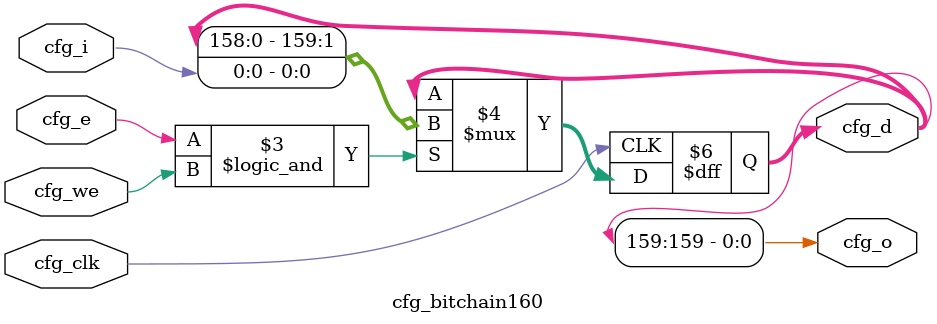
<source format=v>
module cfg_bitchain160 (
    input wire [0:0] cfg_clk,
    input wire [0:0] cfg_e,
    input wire [0:0] cfg_we,
    input wire [0:0] cfg_i,
    output reg [0:0] cfg_o,
    output reg [159:0] cfg_d
    );

    // combinational outputs
    always @* begin
        cfg_o = cfg_d[159];
    end

    always @(posedge cfg_clk) begin
        if (cfg_e && cfg_we) begin
            cfg_d <= {cfg_d, cfg_i};
        end
    end

endmodule

</source>
